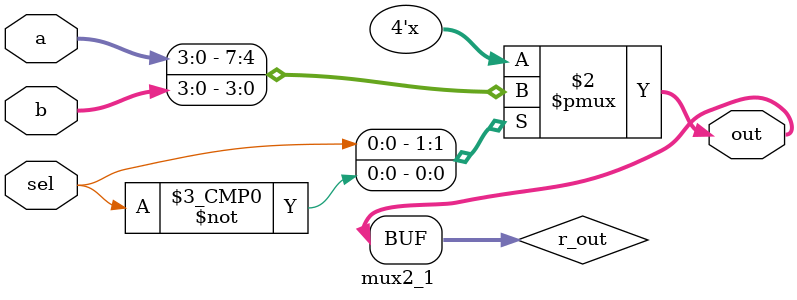
<source format=v>
`timescale 1ns / 1ps


// module mux2_1(
//     input a,
//     input b,
//     input sel,
//     output out
//     );

//     assign out = (sel == 1) ? a : b; 
// endmodule


// module mux2_1(
//     input a,
//     input b,
//     input sel,
//     output out
//     );

//     reg r_out;

//     // always @(sel or a, b) begin
//     //     if (sel) r_out = a;
//     //     else r_out = b;
//     // end

//     always @(*) begin
//         case (sel)
//         1'b1: r_out = a;
//         1'b0: r_out = b;
//         endcase
//     end
//     assign out = r_out;
// endmodule

module mux2_1(
    input [3:0] a,
    input [3:0] b,
    input sel,
    output [3:0] out
    );

    reg [3:0] r_out;

    // always @(sel or a, b) begin
    //     if (sel) r_out = a;
    //     else r_out = b;
    // end

    always @(*) begin
        case (sel)
        1'b1: r_out = a;
        1'b0: r_out = b;
        endcase
    end
    assign out = r_out;
endmodule
</source>
